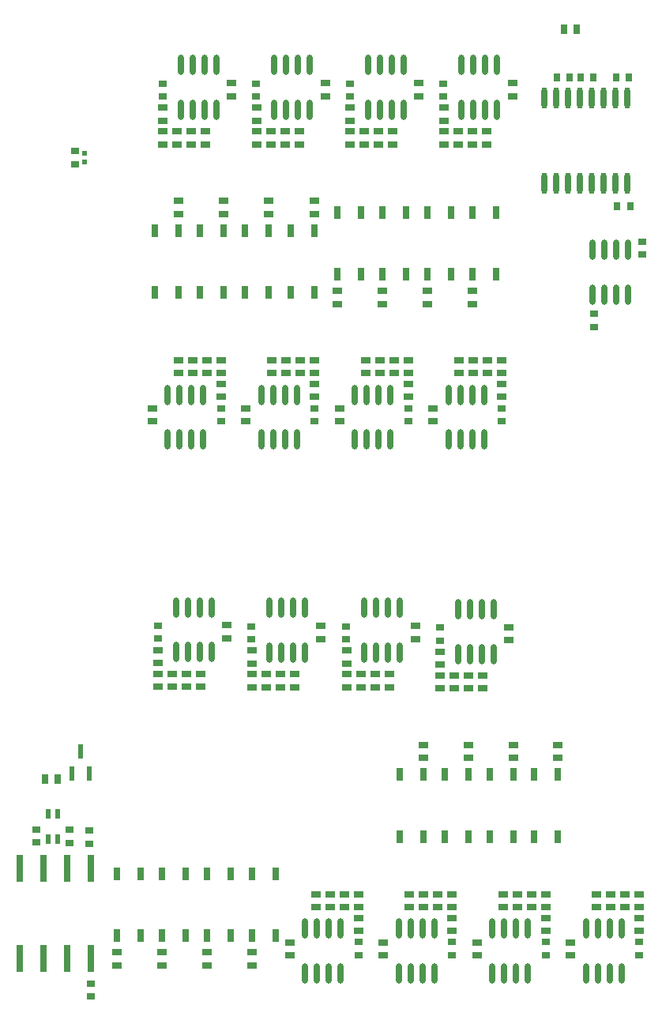
<source format=gtp>
G04*
G04 #@! TF.GenerationSoftware,Altium Limited,Altium Designer,19.1.7 (138)*
G04*
G04 Layer_Color=8421504*
%FSLAX24Y24*%
%MOIN*%
G70*
G01*
G75*
%ADD18R,0.0252X0.0394*%
%ADD19R,0.0350X0.0252*%
%ADD20O,0.0236X0.0866*%
%ADD21R,0.0252X0.0350*%
%ADD22R,0.0220X0.0201*%
%ADD23R,0.0394X0.0252*%
%ADD24R,0.0315X0.0551*%
%ADD25R,0.0236X0.0433*%
%ADD26R,0.0252X0.0394*%
%ADD27R,0.0236X0.0591*%
%ADD28R,0.0315X0.1181*%
%ADD29O,0.0236X0.0906*%
D18*
X23561Y42100D02*
D03*
X24112Y42100D02*
D03*
D19*
X2950Y36397D02*
D03*
Y36948D02*
D03*
X24836Y30076D02*
D03*
Y29524D02*
D03*
X26886Y32583D02*
D03*
Y33134D02*
D03*
X2700Y8316D02*
D03*
Y7765D02*
D03*
X3550Y7724D02*
D03*
Y8276D02*
D03*
X1300Y7774D02*
D03*
Y8326D02*
D03*
X3600Y1826D02*
D03*
Y1274D02*
D03*
X14910Y3576D02*
D03*
Y3024D02*
D03*
X18860Y3576D02*
D03*
Y3024D02*
D03*
X22810Y3576D02*
D03*
Y3024D02*
D03*
X26760Y3576D02*
D03*
Y3024D02*
D03*
X6640Y39250D02*
D03*
Y39801D02*
D03*
X10590Y39250D02*
D03*
Y39801D02*
D03*
X14540Y39250D02*
D03*
Y39801D02*
D03*
X18490Y39250D02*
D03*
Y39801D02*
D03*
X6440Y16376D02*
D03*
Y16927D02*
D03*
X10390Y16350D02*
D03*
Y16901D02*
D03*
X14390Y16350D02*
D03*
Y16901D02*
D03*
X9110Y26100D02*
D03*
Y25549D02*
D03*
X13060Y26100D02*
D03*
Y25549D02*
D03*
X17010Y26100D02*
D03*
Y25549D02*
D03*
X20960Y26100D02*
D03*
Y25549D02*
D03*
X18340Y16300D02*
D03*
Y16851D02*
D03*
D20*
X12653Y2253D02*
D03*
X13153D02*
D03*
X13653D02*
D03*
X14153D02*
D03*
X12653Y4142D02*
D03*
X13153D02*
D03*
X13653D02*
D03*
X14153D02*
D03*
X16603Y2253D02*
D03*
X17103D02*
D03*
X17603D02*
D03*
X18103D02*
D03*
X16603Y4142D02*
D03*
X17103D02*
D03*
X17603D02*
D03*
X18103D02*
D03*
X20597Y17623D02*
D03*
X20097D02*
D03*
X19597D02*
D03*
X19097D02*
D03*
X20597Y15733D02*
D03*
X20097D02*
D03*
X19597D02*
D03*
X19097D02*
D03*
X24786Y30888D02*
D03*
X25286D02*
D03*
X25786D02*
D03*
X26286D02*
D03*
X24786Y32778D02*
D03*
X25286D02*
D03*
X25786D02*
D03*
X26286D02*
D03*
X22053Y4142D02*
D03*
X21553D02*
D03*
X21053D02*
D03*
X20553D02*
D03*
X22053Y2253D02*
D03*
X21553D02*
D03*
X21053D02*
D03*
X20553D02*
D03*
X26003Y4142D02*
D03*
X25503D02*
D03*
X25003D02*
D03*
X24503D02*
D03*
X26003Y2253D02*
D03*
X25503D02*
D03*
X25003D02*
D03*
X24503D02*
D03*
X7397Y38683D02*
D03*
X7897D02*
D03*
X8397D02*
D03*
X8897D02*
D03*
X7397Y40573D02*
D03*
X7897D02*
D03*
X8397D02*
D03*
X8897D02*
D03*
X11347Y38683D02*
D03*
X11847D02*
D03*
X12347D02*
D03*
X12847D02*
D03*
X11347Y40573D02*
D03*
X11847D02*
D03*
X12347D02*
D03*
X12847D02*
D03*
X15297Y38683D02*
D03*
X15797D02*
D03*
X16297D02*
D03*
X16797D02*
D03*
X15297Y40573D02*
D03*
X15797D02*
D03*
X16297D02*
D03*
X16797D02*
D03*
X19247Y38683D02*
D03*
X19747D02*
D03*
X20247D02*
D03*
X20747D02*
D03*
X19247Y40573D02*
D03*
X19747D02*
D03*
X20247D02*
D03*
X20747D02*
D03*
X7197Y15809D02*
D03*
X7697D02*
D03*
X8197D02*
D03*
X8697D02*
D03*
X7197Y17699D02*
D03*
X7697D02*
D03*
X8197D02*
D03*
X8697D02*
D03*
X11147Y15783D02*
D03*
X11647D02*
D03*
X12147D02*
D03*
X12647D02*
D03*
X11147Y17673D02*
D03*
X11647D02*
D03*
X12147D02*
D03*
X12647D02*
D03*
X15147Y15783D02*
D03*
X15647D02*
D03*
X16147D02*
D03*
X16647D02*
D03*
X15147Y17673D02*
D03*
X15647D02*
D03*
X16147D02*
D03*
X16647D02*
D03*
X8353Y26667D02*
D03*
X7853D02*
D03*
X7353D02*
D03*
X6853D02*
D03*
X8353Y24777D02*
D03*
X7853D02*
D03*
X7353D02*
D03*
X6853D02*
D03*
X12303Y26667D02*
D03*
X11803D02*
D03*
X11303D02*
D03*
X10803D02*
D03*
X12303Y24777D02*
D03*
X11803D02*
D03*
X11303D02*
D03*
X10803D02*
D03*
X16253Y26667D02*
D03*
X15753D02*
D03*
X15253D02*
D03*
X14753D02*
D03*
X16253Y24777D02*
D03*
X15753D02*
D03*
X15253D02*
D03*
X14753D02*
D03*
X20203Y26667D02*
D03*
X19703D02*
D03*
X19203D02*
D03*
X18703D02*
D03*
X20203Y24777D02*
D03*
X19703D02*
D03*
X19203D02*
D03*
X18703D02*
D03*
D21*
X23261Y40050D02*
D03*
X23812D02*
D03*
X24261D02*
D03*
X24812D02*
D03*
X26312D02*
D03*
X25761D02*
D03*
X25811Y34633D02*
D03*
X26362D02*
D03*
D22*
X3350Y36850D02*
D03*
Y36496D02*
D03*
D23*
X17650Y11349D02*
D03*
Y11900D02*
D03*
X19550Y11349D02*
D03*
Y11900D02*
D03*
X21450Y11349D02*
D03*
Y11900D02*
D03*
X23300Y11349D02*
D03*
Y11900D02*
D03*
X14000Y31051D02*
D03*
Y30500D02*
D03*
X15900Y31051D02*
D03*
Y30500D02*
D03*
X17800Y31051D02*
D03*
Y30500D02*
D03*
X19700Y31051D02*
D03*
Y30500D02*
D03*
X6600Y3151D02*
D03*
Y2600D02*
D03*
X8500Y3151D02*
D03*
Y2600D02*
D03*
X10400Y3151D02*
D03*
Y2600D02*
D03*
X7300Y34299D02*
D03*
Y34850D02*
D03*
X9200Y34299D02*
D03*
Y34850D02*
D03*
X11100Y34299D02*
D03*
Y34850D02*
D03*
X13050Y34299D02*
D03*
Y34850D02*
D03*
X4700Y3151D02*
D03*
Y2600D02*
D03*
X14900Y5050D02*
D03*
Y5601D02*
D03*
X13700Y5050D02*
D03*
Y5601D02*
D03*
X18850Y5050D02*
D03*
Y5601D02*
D03*
X17650Y5050D02*
D03*
Y5601D02*
D03*
X22800Y5050D02*
D03*
Y5601D02*
D03*
X21600Y5050D02*
D03*
Y5601D02*
D03*
X26750Y5050D02*
D03*
Y5601D02*
D03*
X25550Y5050D02*
D03*
Y5601D02*
D03*
X6650Y37776D02*
D03*
Y37224D02*
D03*
X7850Y37776D02*
D03*
Y37224D02*
D03*
X10600Y37776D02*
D03*
Y37224D02*
D03*
X11800Y37776D02*
D03*
Y37224D02*
D03*
X14550Y37776D02*
D03*
Y37224D02*
D03*
X15750Y37776D02*
D03*
Y37224D02*
D03*
X18500Y37776D02*
D03*
Y37224D02*
D03*
X19700Y37776D02*
D03*
Y37224D02*
D03*
X6450Y14901D02*
D03*
Y14350D02*
D03*
X7650Y14901D02*
D03*
Y14350D02*
D03*
X10400Y14876D02*
D03*
Y14324D02*
D03*
X11600Y14876D02*
D03*
Y14324D02*
D03*
X14400Y14876D02*
D03*
Y14324D02*
D03*
X15600Y14876D02*
D03*
Y14324D02*
D03*
X9100Y27574D02*
D03*
Y28126D02*
D03*
X7900Y27574D02*
D03*
Y28126D02*
D03*
X13050Y27574D02*
D03*
Y28126D02*
D03*
X11850Y27574D02*
D03*
Y28126D02*
D03*
X17000Y27574D02*
D03*
Y28126D02*
D03*
X15800Y27574D02*
D03*
Y28126D02*
D03*
X20950Y27574D02*
D03*
Y28126D02*
D03*
X19750Y27574D02*
D03*
Y28126D02*
D03*
X13100Y5601D02*
D03*
Y5050D02*
D03*
X14300D02*
D03*
Y5601D02*
D03*
X12000Y3015D02*
D03*
Y3566D02*
D03*
X14900Y4050D02*
D03*
Y4601D02*
D03*
X17050Y5601D02*
D03*
Y5050D02*
D03*
X18250D02*
D03*
Y5601D02*
D03*
X15950Y3015D02*
D03*
Y3566D02*
D03*
X18850Y4050D02*
D03*
Y4601D02*
D03*
X21000Y5601D02*
D03*
Y5050D02*
D03*
X22200D02*
D03*
Y5601D02*
D03*
X19900Y3015D02*
D03*
Y3566D02*
D03*
X22800Y4050D02*
D03*
Y4601D02*
D03*
X24950Y5601D02*
D03*
Y5050D02*
D03*
X26150D02*
D03*
Y5601D02*
D03*
X23850Y3015D02*
D03*
Y3566D02*
D03*
X26750Y4050D02*
D03*
Y4601D02*
D03*
X8450Y37224D02*
D03*
Y37776D02*
D03*
X7250D02*
D03*
Y37224D02*
D03*
X9550Y39811D02*
D03*
Y39260D02*
D03*
X6650Y38776D02*
D03*
Y38224D02*
D03*
X12400Y37224D02*
D03*
Y37776D02*
D03*
X11200D02*
D03*
Y37224D02*
D03*
X13500Y39811D02*
D03*
Y39260D02*
D03*
X10600Y38776D02*
D03*
Y38224D02*
D03*
X16350Y37224D02*
D03*
Y37776D02*
D03*
X15150D02*
D03*
Y37224D02*
D03*
X17450Y39811D02*
D03*
Y39260D02*
D03*
X14550Y38776D02*
D03*
Y38224D02*
D03*
X20300Y37224D02*
D03*
Y37776D02*
D03*
X19100D02*
D03*
Y37224D02*
D03*
X21400Y39811D02*
D03*
Y39260D02*
D03*
X18500Y38776D02*
D03*
Y38224D02*
D03*
X8250Y14350D02*
D03*
Y14901D02*
D03*
X7050D02*
D03*
Y14350D02*
D03*
X9350Y16937D02*
D03*
Y16385D02*
D03*
X6450Y15901D02*
D03*
Y15350D02*
D03*
X12200Y14324D02*
D03*
Y14876D02*
D03*
X11000D02*
D03*
Y14324D02*
D03*
X13300Y16911D02*
D03*
Y16360D02*
D03*
X10400Y15876D02*
D03*
Y15324D02*
D03*
X16200Y14324D02*
D03*
Y14876D02*
D03*
X15000D02*
D03*
Y14324D02*
D03*
X17300Y16911D02*
D03*
Y16360D02*
D03*
X14400Y15876D02*
D03*
Y15324D02*
D03*
X7300Y28126D02*
D03*
Y27574D02*
D03*
X8500D02*
D03*
Y28126D02*
D03*
X6200Y25539D02*
D03*
Y26090D02*
D03*
X9100Y26574D02*
D03*
Y27126D02*
D03*
X11250Y28126D02*
D03*
Y27574D02*
D03*
X12450D02*
D03*
Y28126D02*
D03*
X10150Y25539D02*
D03*
Y26090D02*
D03*
X13050Y26574D02*
D03*
Y27126D02*
D03*
X15200Y28126D02*
D03*
Y27574D02*
D03*
X16400D02*
D03*
Y28126D02*
D03*
X14100Y25539D02*
D03*
Y26090D02*
D03*
X17000Y26574D02*
D03*
Y27126D02*
D03*
X19150Y28126D02*
D03*
Y27574D02*
D03*
X20350D02*
D03*
Y28126D02*
D03*
X18050Y25539D02*
D03*
Y26090D02*
D03*
X20950Y26574D02*
D03*
Y27126D02*
D03*
X21250Y16861D02*
D03*
Y16310D02*
D03*
X20150Y14274D02*
D03*
Y14826D02*
D03*
X19550Y14274D02*
D03*
Y14826D02*
D03*
X18950D02*
D03*
Y14274D02*
D03*
X18350D02*
D03*
Y14826D02*
D03*
Y15826D02*
D03*
Y15274D02*
D03*
D24*
X16650Y8032D02*
D03*
X17650D02*
D03*
X16650Y10650D02*
D03*
X17650D02*
D03*
X18550Y8032D02*
D03*
X19550D02*
D03*
X18550Y10650D02*
D03*
X19550D02*
D03*
X20450Y8032D02*
D03*
X21450D02*
D03*
X20450Y10650D02*
D03*
X21450D02*
D03*
X22300Y8032D02*
D03*
X23300D02*
D03*
X22300Y10650D02*
D03*
X23300D02*
D03*
X15000Y34368D02*
D03*
X14000D02*
D03*
X15000Y31750D02*
D03*
X14000D02*
D03*
X16900Y34368D02*
D03*
X15900D02*
D03*
X16900Y31750D02*
D03*
X15900D02*
D03*
X18800Y34368D02*
D03*
X17800D02*
D03*
X18800Y31750D02*
D03*
X17800D02*
D03*
X20700Y34368D02*
D03*
X19700D02*
D03*
X20700Y31750D02*
D03*
X19700D02*
D03*
X7600Y6468D02*
D03*
X6600D02*
D03*
X7600Y3850D02*
D03*
X6600D02*
D03*
X9500Y6468D02*
D03*
X8500D02*
D03*
X9500Y3850D02*
D03*
X8500D02*
D03*
X11400Y6468D02*
D03*
X10400D02*
D03*
X11400Y3850D02*
D03*
X10400D02*
D03*
X6300Y30982D02*
D03*
X7300D02*
D03*
X6300Y33600D02*
D03*
X7300D02*
D03*
X8200Y30982D02*
D03*
X9200D02*
D03*
X8200Y33600D02*
D03*
X9200D02*
D03*
X10100Y30982D02*
D03*
X11100D02*
D03*
X10100Y33600D02*
D03*
X11100D02*
D03*
X12050Y30982D02*
D03*
X13050D02*
D03*
X12050Y33600D02*
D03*
X13050D02*
D03*
X5700Y6468D02*
D03*
X4700D02*
D03*
X5700Y3850D02*
D03*
X4700D02*
D03*
D25*
X2197Y7918D02*
D03*
Y8974D02*
D03*
X1803Y8982D02*
D03*
Y7918D02*
D03*
D26*
X1674Y10450D02*
D03*
X2226D02*
D03*
D27*
X2800Y10700D02*
D03*
X3548D02*
D03*
X3174Y11606D02*
D03*
D28*
X3600Y6680D02*
D03*
X2600D02*
D03*
X1600D02*
D03*
X600D02*
D03*
Y2900D02*
D03*
X1600D02*
D03*
X2600D02*
D03*
X3600D02*
D03*
D29*
X22736Y35592D02*
D03*
X23236D02*
D03*
X23736D02*
D03*
X24236D02*
D03*
X24736D02*
D03*
X25236D02*
D03*
X25736D02*
D03*
X26236D02*
D03*
X22736Y39174D02*
D03*
X23236D02*
D03*
X23736D02*
D03*
X24236D02*
D03*
X24736D02*
D03*
X25236D02*
D03*
X25736D02*
D03*
X26236D02*
D03*
M02*

</source>
